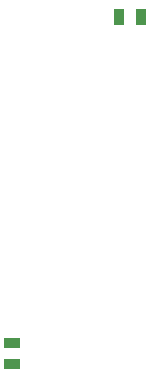
<source format=gbp>
G04 #@! TF.GenerationSoftware,KiCad,Pcbnew,5.1.4+dfsg1-1*
G04 #@! TF.CreationDate,2020-12-14T22:30:58-06:00*
G04 #@! TF.ProjectId,HotBox,486f7442-6f78-42e6-9b69-6361645f7063,2*
G04 #@! TF.SameCoordinates,Original*
G04 #@! TF.FileFunction,Paste,Bot*
G04 #@! TF.FilePolarity,Positive*
%FSLAX46Y46*%
G04 Gerber Fmt 4.6, Leading zero omitted, Abs format (unit mm)*
G04 Created by KiCad (PCBNEW 5.1.4+dfsg1-1) date 2020-12-14 22:30:58*
%MOMM*%
%LPD*%
G04 APERTURE LIST*
%ADD10R,0.850000X1.350000*%
%ADD11R,1.350000X0.850000*%
G04 APERTURE END LIST*
D10*
X189083000Y-107133000D03*
X187273000Y-107133000D03*
D11*
X178153000Y-134712500D03*
X178153000Y-136522500D03*
M02*

</source>
